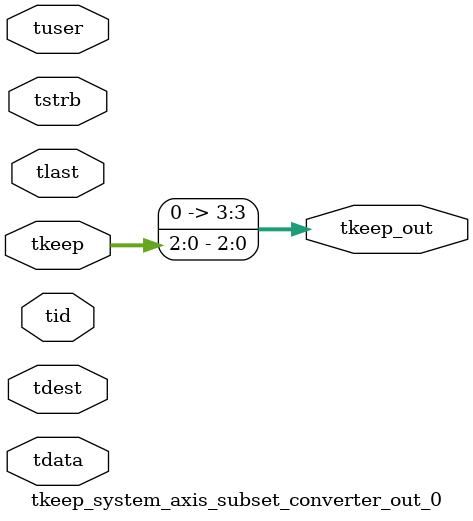
<source format=v>


`timescale 1ps/1ps

module tkeep_system_axis_subset_converter_out_0 #
(
parameter C_S_AXIS_TDATA_WIDTH = 32,
parameter C_S_AXIS_TUSER_WIDTH = 0,
parameter C_S_AXIS_TID_WIDTH   = 0,
parameter C_S_AXIS_TDEST_WIDTH = 0,
parameter C_M_AXIS_TDATA_WIDTH = 32
)
(
input  [(C_S_AXIS_TDATA_WIDTH == 0 ? 1 : C_S_AXIS_TDATA_WIDTH)-1:0     ] tdata,
input  [(C_S_AXIS_TUSER_WIDTH == 0 ? 1 : C_S_AXIS_TUSER_WIDTH)-1:0     ] tuser,
input  [(C_S_AXIS_TID_WIDTH   == 0 ? 1 : C_S_AXIS_TID_WIDTH)-1:0       ] tid,
input  [(C_S_AXIS_TDEST_WIDTH == 0 ? 1 : C_S_AXIS_TDEST_WIDTH)-1:0     ] tdest,
input  [(C_S_AXIS_TDATA_WIDTH/8)-1:0 ] tkeep,
input  [(C_S_AXIS_TDATA_WIDTH/8)-1:0 ] tstrb,
input                                                                    tlast,
output [(C_M_AXIS_TDATA_WIDTH/8)-1:0 ] tkeep_out
);

assign tkeep_out = {tkeep[2:0]};

endmodule


</source>
